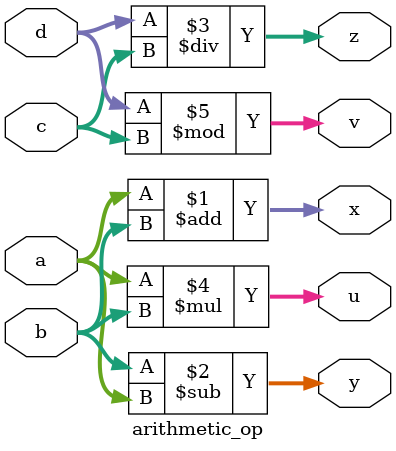
<source format=v>
`timescale 1ns / 1ps
module arithmetic_op(input[3:0]a,b,c,d , output[4:0]x,y,z,u,v);

assign x=a+b;
assign y=b-a;
assign z=d/c;
assign u=a*b;
assign v=d%c;

endmodule

</source>
